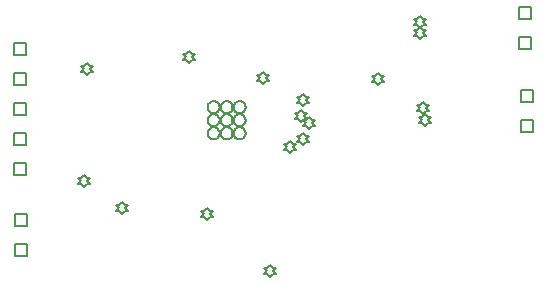
<source format=gbr>
%FSTAX23Y23*%
%MOIN*%
%SFA1B1*%

%IPPOS*%
%ADD13C,0.005000*%
%ADD45C,0.006665*%
%LNmtr_dvr_pcb_drawing_1-1*%
%LPD*%
G54D13*
X03595Y025D02*
Y0254D01*
X03635*
Y025*
X03595*
Y026D02*
Y0264D01*
X03635*
Y026*
X03595*
X05275Y0319D02*
Y0323D01*
X05315*
Y0319*
X05275*
Y0329D02*
Y0333D01*
X05315*
Y0329*
X05275*
X0359Y0317D02*
Y0321D01*
X0363*
Y0317*
X0359*
Y0307D02*
Y0311D01*
X0363*
Y0307*
X0359*
Y0287D02*
Y0291D01*
X0363*
Y0287*
X0359*
Y0277D02*
Y0281D01*
X0363*
Y0277*
X0359*
Y0297D02*
Y0301D01*
X0363*
Y0297*
X0359*
X0528Y02915D02*
Y02955D01*
X0532*
Y02915*
X0528*
Y03015D02*
Y03055D01*
X0532*
Y03015*
X0528*
X04445Y0243D02*
X04455Y0244D01*
X04465*
X04455Y0245*
X04465Y0246*
X04455*
X04445Y0247*
X04435Y0246*
X04425*
X04435Y0245*
X04425Y0244*
X04435*
X04445Y0243*
X03835Y03105D02*
X03845Y03115D01*
X03855*
X03845Y03125*
X03855Y03135*
X03845*
X03835Y03145*
X03825Y03135*
X03815*
X03825Y03125*
X03815Y03115*
X03825*
X03835Y03105*
X03825Y0273D02*
X03835Y0274D01*
X03845*
X03835Y0275*
X03845Y0276*
X03835*
X03825Y0277*
X03815Y0276*
X03805*
X03815Y0275*
X03805Y0274*
X03815*
X03825Y0273*
X0451Y02845D02*
X0452Y02855D01*
X0453*
X0452Y02865*
X0453Y02875*
X0452*
X0451Y02885*
X045Y02875*
X0449*
X045Y02865*
X0449Y02855*
X045*
X0451Y02845*
X04548Y02948D02*
X04558Y02958D01*
X04568*
X04558Y02968*
X04568Y02978*
X04558*
X04548Y02988*
X04538Y02978*
X04528*
X04538Y02968*
X04528Y02958*
X04538*
X04548Y02948*
X04555Y0287D02*
X04565Y0288D01*
X04575*
X04565Y0289*
X04575Y029*
X04565*
X04555Y0291*
X04545Y029*
X04535*
X04545Y0289*
X04535Y0288*
X04545*
X04555Y0287*
X04575Y02925D02*
X04585Y02935D01*
X04595*
X04585Y02945*
X04595Y02955*
X04585*
X04575Y02965*
X04565Y02955*
X04555*
X04565Y02945*
X04555Y02935*
X04565*
X04575Y02925*
X0442Y03075D02*
X0443Y03085D01*
X0444*
X0443Y03095*
X0444Y03105*
X0443*
X0442Y03115*
X0441Y03105*
X044*
X0441Y03095*
X044Y03085*
X0441*
X0442Y03075*
X04235Y0262D02*
X04245Y0263D01*
X04255*
X04245Y0264*
X04255Y0265*
X04245*
X04235Y0266*
X04225Y0265*
X04215*
X04225Y0264*
X04215Y0263*
X04225*
X04235Y0262*
X04175Y03145D02*
X04185Y03155D01*
X04195*
X04185Y03165*
X04195Y03175*
X04185*
X04175Y03185*
X04165Y03175*
X04155*
X04165Y03165*
X04155Y03155*
X04165*
X04175Y03145*
X04805Y0307D02*
X04815Y0308D01*
X04825*
X04815Y0309*
X04825Y031*
X04815*
X04805Y0311*
X04795Y031*
X04785*
X04795Y0309*
X04785Y0308*
X04795*
X04805Y0307*
X0395Y0264D02*
X0396Y0265D01*
X0397*
X0396Y0266*
X0397Y0267*
X0396*
X0395Y0268*
X0394Y0267*
X0393*
X0394Y0266*
X0393Y0265*
X0394*
X0395Y0264*
X04955Y02975D02*
X04965Y02985D01*
X04975*
X04965Y02995*
X04975Y03005*
X04965*
X04955Y03015*
X04945Y03005*
X04935*
X04945Y02995*
X04935Y02985*
X04945*
X04955Y02975*
X0496Y02935D02*
X0497Y02945D01*
X0498*
X0497Y02955*
X0498Y02965*
X0497*
X0496Y02975*
X0495Y02965*
X0494*
X0495Y02955*
X0494Y02945*
X0495*
X0496Y02935*
X04945Y03225D02*
X04955Y03235D01*
X04965*
X04955Y03245*
X04965Y03255*
X04955*
X04945Y03265*
X04935Y03255*
X04925*
X04935Y03245*
X04925Y03235*
X04935*
X04945Y03225*
Y0326D02*
X04955Y0327D01*
X04965*
X04955Y0328*
X04965Y0329*
X04955*
X04945Y033*
X04935Y0329*
X04925*
X04935Y0328*
X04925Y0327*
X04935*
X04945Y0326*
X04555Y03D02*
X04565Y0301D01*
X04575*
X04565Y0302*
X04575Y0303*
X04565*
X04555Y0304*
X04545Y0303*
X04535*
X04545Y0302*
X04535Y0301*
X04545*
X04555Y03*
G54D45*
X04276Y02998D02*
D01*
X04276Y02999*
X04276Y03001*
X04276Y03002*
X04275Y03003*
X04275Y03005*
X04274Y03006*
X04274Y03007*
X04273Y03008*
X04272Y0301*
X04272Y03011*
X04271Y03012*
X0427Y03013*
X04269Y03014*
X04267Y03014*
X04266Y03015*
X04265Y03016*
X04264Y03016*
X04262Y03017*
X04261Y03017*
X0426Y03018*
X04258Y03018*
X04257Y03018*
X04255*
X04254Y03018*
X04253Y03018*
X04251Y03017*
X0425Y03017*
X04249Y03016*
X04247Y03016*
X04246Y03015*
X04245Y03014*
X04244Y03014*
X04243Y03013*
X04242Y03012*
X04241Y03011*
X0424Y0301*
X04239Y03008*
X04239Y03007*
X04238Y03006*
X04237Y03005*
X04237Y03003*
X04237Y03002*
X04236Y03001*
X04236Y02999*
X04236Y02998*
X04236Y02996*
X04236Y02995*
X04237Y02994*
X04237Y02992*
X04237Y02991*
X04238Y0299*
X04239Y02988*
X04239Y02987*
X0424Y02986*
X04241Y02985*
X04242Y02984*
X04243Y02983*
X04244Y02982*
X04245Y02981*
X04246Y0298*
X04247Y0298*
X04249Y02979*
X0425Y02979*
X04251Y02978*
X04253Y02978*
X04254Y02978*
X04255Y02978*
X04257*
X04258Y02978*
X0426Y02978*
X04261Y02978*
X04262Y02979*
X04264Y02979*
X04265Y0298*
X04266Y0298*
X04267Y02981*
X04269Y02982*
X0427Y02983*
X04271Y02984*
X04272Y02985*
X04272Y02986*
X04273Y02987*
X04274Y02988*
X04274Y0299*
X04275Y02991*
X04275Y02992*
X04276Y02994*
X04276Y02995*
X04276Y02996*
X04276Y02998*
X0432D02*
D01*
X04319Y02999*
X04319Y03001*
X04319Y03002*
X04319Y03003*
X04318Y03005*
X04318Y03006*
X04317Y03007*
X04316Y03008*
X04316Y0301*
X04315Y03011*
X04314Y03012*
X04313Y03013*
X04312Y03014*
X04311Y03014*
X0431Y03015*
X04308Y03016*
X04307Y03016*
X04306Y03017*
X04304Y03017*
X04303Y03018*
X04302Y03018*
X043Y03018*
X04299*
X04297Y03018*
X04296Y03018*
X04295Y03017*
X04293Y03017*
X04292Y03016*
X04291Y03016*
X0429Y03015*
X04288Y03014*
X04287Y03014*
X04286Y03013*
X04285Y03012*
X04284Y03011*
X04283Y0301*
X04283Y03008*
X04282Y03007*
X04281Y03006*
X04281Y03005*
X0428Y03003*
X0428Y03002*
X0428Y03001*
X0428Y02999*
X0428Y02998*
X0428Y02996*
X0428Y02995*
X0428Y02994*
X0428Y02992*
X04281Y02991*
X04281Y0299*
X04282Y02988*
X04283Y02987*
X04283Y02986*
X04284Y02985*
X04285Y02984*
X04286Y02983*
X04287Y02982*
X04288Y02981*
X0429Y0298*
X04291Y0298*
X04292Y02979*
X04293Y02979*
X04295Y02978*
X04296Y02978*
X04297Y02978*
X04299Y02978*
X043*
X04302Y02978*
X04303Y02978*
X04304Y02978*
X04306Y02979*
X04307Y02979*
X04308Y0298*
X0431Y0298*
X04311Y02981*
X04312Y02982*
X04313Y02983*
X04314Y02984*
X04315Y02985*
X04316Y02986*
X04316Y02987*
X04317Y02988*
X04318Y0299*
X04318Y02991*
X04319Y02992*
X04319Y02994*
X04319Y02995*
X04319Y02996*
X0432Y02998*
X04363D02*
D01*
X04363Y02999*
X04363Y03001*
X04362Y03002*
X04362Y03003*
X04362Y03005*
X04361Y03006*
X0436Y03007*
X0436Y03008*
X04359Y0301*
X04358Y03011*
X04357Y03012*
X04356Y03013*
X04355Y03014*
X04354Y03014*
X04353Y03015*
X04352Y03016*
X0435Y03016*
X04349Y03017*
X04348Y03017*
X04346Y03018*
X04345Y03018*
X04344Y03018*
X04342*
X04341Y03018*
X04339Y03018*
X04338Y03017*
X04337Y03017*
X04335Y03016*
X04334Y03016*
X04333Y03015*
X04332Y03014*
X0433Y03014*
X04329Y03013*
X04328Y03012*
X04327Y03011*
X04327Y0301*
X04326Y03008*
X04325Y03007*
X04325Y03006*
X04324Y03005*
X04324Y03003*
X04323Y03002*
X04323Y03001*
X04323Y02999*
X04323Y02998*
X04323Y02996*
X04323Y02995*
X04323Y02994*
X04324Y02992*
X04324Y02991*
X04325Y0299*
X04325Y02988*
X04326Y02987*
X04327Y02986*
X04327Y02985*
X04328Y02984*
X04329Y02983*
X0433Y02982*
X04332Y02981*
X04333Y0298*
X04334Y0298*
X04335Y02979*
X04337Y02979*
X04338Y02978*
X04339Y02978*
X04341Y02978*
X04342Y02978*
X04344*
X04345Y02978*
X04346Y02978*
X04348Y02978*
X04349Y02979*
X0435Y02979*
X04352Y0298*
X04353Y0298*
X04354Y02981*
X04355Y02982*
X04356Y02983*
X04357Y02984*
X04358Y02985*
X04359Y02986*
X0436Y02987*
X0436Y02988*
X04361Y0299*
X04362Y02991*
X04362Y02992*
X04362Y02994*
X04363Y02995*
X04363Y02996*
X04363Y02998*
X04276Y02955D02*
D01*
X04276Y02956*
X04276Y02957*
X04276Y02959*
X04275Y0296*
X04275Y02961*
X04274Y02963*
X04274Y02964*
X04273Y02965*
X04272Y02966*
X04272Y02967*
X04271Y02968*
X0427Y02969*
X04269Y0297*
X04267Y02971*
X04266Y02972*
X04265Y02972*
X04264Y02973*
X04262Y02974*
X04261Y02974*
X0426Y02974*
X04258Y02974*
X04257Y02974*
X04255*
X04254Y02974*
X04253Y02974*
X04251Y02974*
X0425Y02974*
X04249Y02973*
X04247Y02972*
X04246Y02972*
X04245Y02971*
X04244Y0297*
X04243Y02969*
X04242Y02968*
X04241Y02967*
X0424Y02966*
X04239Y02965*
X04239Y02964*
X04238Y02963*
X04237Y02961*
X04237Y0296*
X04237Y02959*
X04236Y02957*
X04236Y02956*
X04236Y02955*
X04236Y02953*
X04236Y02952*
X04237Y0295*
X04237Y02949*
X04237Y02948*
X04238Y02946*
X04239Y02945*
X04239Y02944*
X0424Y02943*
X04241Y02942*
X04242Y02941*
X04243Y0294*
X04244Y02939*
X04245Y02938*
X04246Y02937*
X04247Y02937*
X04249Y02936*
X0425Y02935*
X04251Y02935*
X04253Y02935*
X04254Y02935*
X04255Y02935*
X04257*
X04258Y02935*
X0426Y02935*
X04261Y02935*
X04262Y02935*
X04264Y02936*
X04265Y02937*
X04266Y02937*
X04267Y02938*
X04269Y02939*
X0427Y0294*
X04271Y02941*
X04272Y02942*
X04272Y02943*
X04273Y02944*
X04274Y02945*
X04274Y02946*
X04275Y02948*
X04275Y02949*
X04276Y0295*
X04276Y02952*
X04276Y02953*
X04276Y02955*
X0432D02*
D01*
X04319Y02956*
X04319Y02957*
X04319Y02959*
X04319Y0296*
X04318Y02961*
X04318Y02963*
X04317Y02964*
X04316Y02965*
X04316Y02966*
X04315Y02967*
X04314Y02968*
X04313Y02969*
X04312Y0297*
X04311Y02971*
X0431Y02972*
X04308Y02972*
X04307Y02973*
X04306Y02974*
X04304Y02974*
X04303Y02974*
X04302Y02974*
X043Y02974*
X04299*
X04297Y02974*
X04296Y02974*
X04295Y02974*
X04293Y02974*
X04292Y02973*
X04291Y02972*
X0429Y02972*
X04288Y02971*
X04287Y0297*
X04286Y02969*
X04285Y02968*
X04284Y02967*
X04283Y02966*
X04283Y02965*
X04282Y02964*
X04281Y02963*
X04281Y02961*
X0428Y0296*
X0428Y02959*
X0428Y02957*
X0428Y02956*
X0428Y02955*
X0428Y02953*
X0428Y02952*
X0428Y0295*
X0428Y02949*
X04281Y02948*
X04281Y02946*
X04282Y02945*
X04283Y02944*
X04283Y02943*
X04284Y02942*
X04285Y02941*
X04286Y0294*
X04287Y02939*
X04288Y02938*
X0429Y02937*
X04291Y02937*
X04292Y02936*
X04293Y02935*
X04295Y02935*
X04296Y02935*
X04297Y02935*
X04299Y02935*
X043*
X04302Y02935*
X04303Y02935*
X04304Y02935*
X04306Y02935*
X04307Y02936*
X04308Y02937*
X0431Y02937*
X04311Y02938*
X04312Y02939*
X04313Y0294*
X04314Y02941*
X04315Y02942*
X04316Y02943*
X04316Y02944*
X04317Y02945*
X04318Y02946*
X04318Y02948*
X04319Y02949*
X04319Y0295*
X04319Y02952*
X04319Y02953*
X0432Y02955*
X04363D02*
D01*
X04363Y02956*
X04363Y02957*
X04362Y02959*
X04362Y0296*
X04362Y02961*
X04361Y02963*
X0436Y02964*
X0436Y02965*
X04359Y02966*
X04358Y02967*
X04357Y02968*
X04356Y02969*
X04355Y0297*
X04354Y02971*
X04353Y02972*
X04352Y02972*
X0435Y02973*
X04349Y02974*
X04348Y02974*
X04346Y02974*
X04345Y02974*
X04344Y02974*
X04342*
X04341Y02974*
X04339Y02974*
X04338Y02974*
X04337Y02974*
X04335Y02973*
X04334Y02972*
X04333Y02972*
X04332Y02971*
X0433Y0297*
X04329Y02969*
X04328Y02968*
X04327Y02967*
X04327Y02966*
X04326Y02965*
X04325Y02964*
X04325Y02963*
X04324Y02961*
X04324Y0296*
X04323Y02959*
X04323Y02957*
X04323Y02956*
X04323Y02955*
X04323Y02953*
X04323Y02952*
X04323Y0295*
X04324Y02949*
X04324Y02948*
X04325Y02946*
X04325Y02945*
X04326Y02944*
X04327Y02943*
X04327Y02942*
X04328Y02941*
X04329Y0294*
X0433Y02939*
X04332Y02938*
X04333Y02937*
X04334Y02937*
X04335Y02936*
X04337Y02935*
X04338Y02935*
X04339Y02935*
X04341Y02935*
X04342Y02935*
X04344*
X04345Y02935*
X04346Y02935*
X04348Y02935*
X04349Y02935*
X0435Y02936*
X04352Y02937*
X04353Y02937*
X04354Y02938*
X04355Y02939*
X04356Y0294*
X04357Y02941*
X04358Y02942*
X04359Y02943*
X0436Y02944*
X0436Y02945*
X04361Y02946*
X04362Y02948*
X04362Y02949*
X04362Y0295*
X04363Y02952*
X04363Y02953*
X04363Y02955*
X04276Y02911D02*
D01*
X04276Y02913*
X04276Y02914*
X04276Y02915*
X04275Y02917*
X04275Y02918*
X04274Y02919*
X04274Y02921*
X04273Y02922*
X04272Y02923*
X04272Y02924*
X04271Y02925*
X0427Y02926*
X04269Y02927*
X04267Y02928*
X04266Y02929*
X04265Y02929*
X04264Y0293*
X04262Y0293*
X04261Y02931*
X0426Y02931*
X04258Y02931*
X04257Y02931*
X04255*
X04254Y02931*
X04253Y02931*
X04251Y02931*
X0425Y0293*
X04249Y0293*
X04247Y02929*
X04246Y02929*
X04245Y02928*
X04244Y02927*
X04243Y02926*
X04242Y02925*
X04241Y02924*
X0424Y02923*
X04239Y02922*
X04239Y02921*
X04238Y02919*
X04237Y02918*
X04237Y02917*
X04237Y02915*
X04236Y02914*
X04236Y02913*
X04236Y02911*
X04236Y0291*
X04236Y02908*
X04237Y02907*
X04237Y02906*
X04237Y02904*
X04238Y02903*
X04239Y02902*
X04239Y02901*
X0424Y02899*
X04241Y02898*
X04242Y02897*
X04243Y02896*
X04244Y02895*
X04245Y02895*
X04246Y02894*
X04247Y02893*
X04249Y02893*
X0425Y02892*
X04251Y02892*
X04253Y02891*
X04254Y02891*
X04255Y02891*
X04257*
X04258Y02891*
X0426Y02891*
X04261Y02892*
X04262Y02892*
X04264Y02893*
X04265Y02893*
X04266Y02894*
X04267Y02895*
X04269Y02895*
X0427Y02896*
X04271Y02897*
X04272Y02898*
X04272Y02899*
X04273Y02901*
X04274Y02902*
X04274Y02903*
X04275Y02904*
X04275Y02906*
X04276Y02907*
X04276Y02908*
X04276Y0291*
X04276Y02911*
X0432D02*
D01*
X04319Y02913*
X04319Y02914*
X04319Y02915*
X04319Y02917*
X04318Y02918*
X04318Y02919*
X04317Y02921*
X04316Y02922*
X04316Y02923*
X04315Y02924*
X04314Y02925*
X04313Y02926*
X04312Y02927*
X04311Y02928*
X0431Y02929*
X04308Y02929*
X04307Y0293*
X04306Y0293*
X04304Y02931*
X04303Y02931*
X04302Y02931*
X043Y02931*
X04299*
X04297Y02931*
X04296Y02931*
X04295Y02931*
X04293Y0293*
X04292Y0293*
X04291Y02929*
X0429Y02929*
X04288Y02928*
X04287Y02927*
X04286Y02926*
X04285Y02925*
X04284Y02924*
X04283Y02923*
X04283Y02922*
X04282Y02921*
X04281Y02919*
X04281Y02918*
X0428Y02917*
X0428Y02915*
X0428Y02914*
X0428Y02913*
X0428Y02911*
X0428Y0291*
X0428Y02908*
X0428Y02907*
X0428Y02906*
X04281Y02904*
X04281Y02903*
X04282Y02902*
X04283Y02901*
X04283Y02899*
X04284Y02898*
X04285Y02897*
X04286Y02896*
X04287Y02895*
X04288Y02895*
X0429Y02894*
X04291Y02893*
X04292Y02893*
X04293Y02892*
X04295Y02892*
X04296Y02891*
X04297Y02891*
X04299Y02891*
X043*
X04302Y02891*
X04303Y02891*
X04304Y02892*
X04306Y02892*
X04307Y02893*
X04308Y02893*
X0431Y02894*
X04311Y02895*
X04312Y02895*
X04313Y02896*
X04314Y02897*
X04315Y02898*
X04316Y02899*
X04316Y02901*
X04317Y02902*
X04318Y02903*
X04318Y02904*
X04319Y02906*
X04319Y02907*
X04319Y02908*
X04319Y0291*
X0432Y02911*
X04363D02*
D01*
X04363Y02913*
X04363Y02914*
X04362Y02915*
X04362Y02917*
X04362Y02918*
X04361Y02919*
X0436Y02921*
X0436Y02922*
X04359Y02923*
X04358Y02924*
X04357Y02925*
X04356Y02926*
X04355Y02927*
X04354Y02928*
X04353Y02929*
X04352Y02929*
X0435Y0293*
X04349Y0293*
X04348Y02931*
X04346Y02931*
X04345Y02931*
X04344Y02931*
X04342*
X04341Y02931*
X04339Y02931*
X04338Y02931*
X04337Y0293*
X04335Y0293*
X04334Y02929*
X04333Y02929*
X04332Y02928*
X0433Y02927*
X04329Y02926*
X04328Y02925*
X04327Y02924*
X04327Y02923*
X04326Y02922*
X04325Y02921*
X04325Y02919*
X04324Y02918*
X04324Y02917*
X04323Y02915*
X04323Y02914*
X04323Y02913*
X04323Y02911*
X04323Y0291*
X04323Y02908*
X04323Y02907*
X04324Y02906*
X04324Y02904*
X04325Y02903*
X04325Y02902*
X04326Y02901*
X04327Y02899*
X04327Y02898*
X04328Y02897*
X04329Y02896*
X0433Y02895*
X04332Y02895*
X04333Y02894*
X04334Y02893*
X04335Y02893*
X04337Y02892*
X04338Y02892*
X04339Y02891*
X04341Y02891*
X04342Y02891*
X04344*
X04345Y02891*
X04346Y02891*
X04348Y02892*
X04349Y02892*
X0435Y02893*
X04352Y02893*
X04353Y02894*
X04354Y02895*
X04355Y02895*
X04356Y02896*
X04357Y02897*
X04358Y02898*
X04359Y02899*
X0436Y02901*
X0436Y02902*
X04361Y02903*
X04362Y02904*
X04362Y02906*
X04362Y02907*
X04363Y02908*
X04363Y0291*
X04363Y02911*
M02*
</source>
